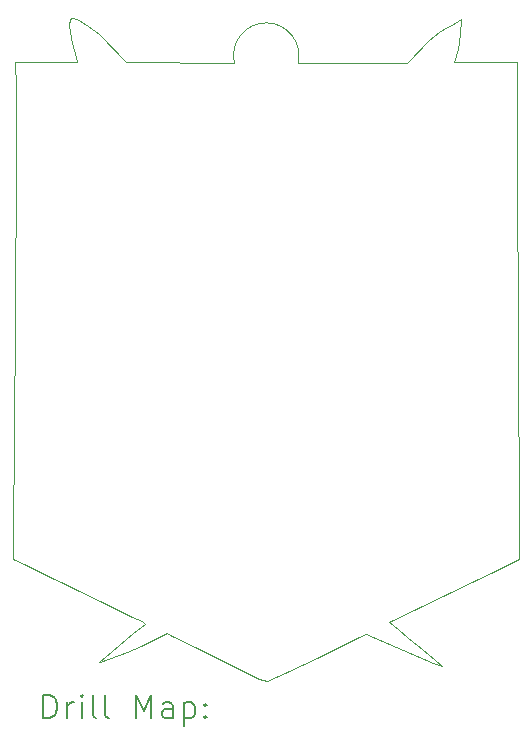
<source format=gbr>
%TF.GenerationSoftware,KiCad,Pcbnew,8.0.5*%
%TF.CreationDate,2025-05-26T16:56:41+05:00*%
%TF.ProjectId,Wings_Of_Freedom,57696e67-735f-44f6-965f-46726565646f,rev?*%
%TF.SameCoordinates,Original*%
%TF.FileFunction,Drillmap*%
%TF.FilePolarity,Positive*%
%FSLAX45Y45*%
G04 Gerber Fmt 4.5, Leading zero omitted, Abs format (unit mm)*
G04 Created by KiCad (PCBNEW 8.0.5) date 2025-05-26 16:56:41*
%MOMM*%
%LPD*%
G01*
G04 APERTURE LIST*
%ADD10C,0.050000*%
%ADD11C,0.200000*%
G04 APERTURE END LIST*
D10*
X21738000Y-5474000D02*
X21762000Y-5458000D01*
X21473000Y-10604000D02*
X21551000Y-10666000D01*
X18154000Y-5944000D02*
X18152000Y-5733000D01*
X22397000Y-6815000D02*
X22403000Y-7847000D01*
X21432000Y-10707000D02*
X21117000Y-10571000D01*
X18539000Y-10135000D02*
X18482000Y-10107000D01*
X22395000Y-5734000D02*
X22397000Y-5734000D01*
X22397000Y-6104000D02*
X22397000Y-6255000D01*
X21314000Y-10472000D02*
X21388000Y-10534000D01*
X21919000Y-5494000D02*
X21898000Y-5623000D01*
X21388000Y-10534000D02*
X21473000Y-10604000D01*
X18141000Y-8685000D02*
X18146000Y-8094000D01*
X19221000Y-10467000D02*
X19141000Y-10428000D01*
X18857000Y-5490000D02*
X19087000Y-5734000D01*
X20280000Y-10972000D02*
X20212000Y-10951000D01*
X21766000Y-10842000D02*
X21691000Y-10815000D01*
X18870000Y-10814000D02*
X18864000Y-10814000D01*
X18633000Y-5360000D02*
X18672000Y-5370000D01*
X22196000Y-10046000D02*
X22048000Y-10116000D01*
X20004998Y-5735928D02*
G75*
G02*
X20544756Y-5737007I270002J60928D01*
G01*
X21926000Y-5366000D02*
X21928000Y-5366000D01*
X18662000Y-5688000D02*
X18627000Y-5568000D01*
X21655000Y-5541000D02*
X21738000Y-5474000D01*
X22403000Y-7847000D02*
X22417000Y-9939000D01*
X18862000Y-10810000D02*
X18970000Y-10715000D01*
X21762000Y-5458000D02*
X21871000Y-5398000D01*
X19087000Y-5734000D02*
X20004998Y-5735928D01*
X21871000Y-5398000D02*
X21926000Y-5366000D01*
X18612000Y-5373000D02*
X18613000Y-5370000D01*
X21551000Y-10666000D02*
X21646000Y-10742000D01*
X20454000Y-10892000D02*
X20280000Y-10972000D01*
X19435000Y-10566000D02*
X19213000Y-10672000D01*
X21708000Y-10793000D02*
X21766000Y-10842000D01*
X18672000Y-5733000D02*
X18677000Y-5733000D01*
X19809000Y-10754000D02*
X19686000Y-10692000D01*
X18244000Y-9991000D02*
X18131000Y-9942000D01*
X21468000Y-5739000D02*
X21655000Y-5541000D01*
X20544996Y-5737062D02*
X20599995Y-5737177D01*
X18612000Y-5478000D02*
X18602000Y-5408000D01*
X22397000Y-5734000D02*
X22397000Y-5919000D01*
X18672000Y-5370000D02*
X18768000Y-5424000D01*
X20791000Y-10731000D02*
X20719000Y-10765000D01*
X18154000Y-6356000D02*
X18154000Y-5944000D01*
X18970000Y-10715000D02*
X19151000Y-10568000D01*
X19247000Y-10486000D02*
X19221000Y-10467000D01*
X22048000Y-10116000D02*
X21314000Y-10472000D01*
X18864000Y-10814000D02*
X18862000Y-10810000D01*
X21117000Y-10571000D02*
X21059000Y-10599000D01*
X21059000Y-10599000D02*
X20791000Y-10731000D01*
X19151000Y-10568000D02*
X19247000Y-10486000D01*
X19096000Y-10722000D02*
X18870000Y-10814000D01*
X21646000Y-10742000D02*
X21708000Y-10793000D01*
X18482000Y-10107000D02*
X18244000Y-9991000D01*
X19156000Y-10698000D02*
X19096000Y-10722000D01*
X18613000Y-5370000D02*
X18633000Y-5360000D01*
X18146000Y-8094000D02*
X18154000Y-6356000D01*
X21928000Y-5366000D02*
X21919000Y-5494000D01*
X18659000Y-10193000D02*
X18539000Y-10135000D01*
X19213000Y-10672000D02*
X19156000Y-10698000D01*
X19003000Y-10360000D02*
X18885000Y-10304000D01*
X18627000Y-5568000D02*
X18612000Y-5478000D01*
X21898000Y-5623000D02*
X21864000Y-5733000D01*
X18677000Y-5733000D02*
X18662000Y-5688000D01*
X20719000Y-10765000D02*
X20454000Y-10892000D01*
X20599995Y-5737177D02*
X21468000Y-5739000D01*
X18152000Y-5733000D02*
X18672000Y-5733000D01*
X18768000Y-5424000D02*
X18857000Y-5490000D01*
X22417000Y-9939000D02*
X22196000Y-10046000D01*
X19686000Y-10692000D02*
X19459000Y-10580000D01*
X20212000Y-10951000D02*
X19809000Y-10754000D01*
X18131000Y-9942000D02*
X18141000Y-8685000D01*
X21691000Y-10815000D02*
X21432000Y-10707000D01*
X22397000Y-6255000D02*
X22397000Y-6815000D01*
X19459000Y-10580000D02*
X19435000Y-10566000D01*
X18885000Y-10304000D02*
X18659000Y-10193000D01*
X19141000Y-10428000D02*
X19003000Y-10360000D01*
X22397000Y-5919000D02*
X22397000Y-6104000D01*
X21909000Y-5733000D02*
X22395000Y-5734000D01*
X21864000Y-5733000D02*
X21909000Y-5733000D01*
X18602000Y-5408000D02*
X18612000Y-5373000D01*
D11*
X18389277Y-11285984D02*
X18389277Y-11085984D01*
X18389277Y-11085984D02*
X18436896Y-11085984D01*
X18436896Y-11085984D02*
X18465467Y-11095508D01*
X18465467Y-11095508D02*
X18484515Y-11114555D01*
X18484515Y-11114555D02*
X18494039Y-11133603D01*
X18494039Y-11133603D02*
X18503563Y-11171698D01*
X18503563Y-11171698D02*
X18503563Y-11200269D01*
X18503563Y-11200269D02*
X18494039Y-11238365D01*
X18494039Y-11238365D02*
X18484515Y-11257412D01*
X18484515Y-11257412D02*
X18465467Y-11276460D01*
X18465467Y-11276460D02*
X18436896Y-11285984D01*
X18436896Y-11285984D02*
X18389277Y-11285984D01*
X18589277Y-11285984D02*
X18589277Y-11152650D01*
X18589277Y-11190746D02*
X18598801Y-11171698D01*
X18598801Y-11171698D02*
X18608324Y-11162174D01*
X18608324Y-11162174D02*
X18627372Y-11152650D01*
X18627372Y-11152650D02*
X18646420Y-11152650D01*
X18713086Y-11285984D02*
X18713086Y-11152650D01*
X18713086Y-11085984D02*
X18703563Y-11095508D01*
X18703563Y-11095508D02*
X18713086Y-11105031D01*
X18713086Y-11105031D02*
X18722610Y-11095508D01*
X18722610Y-11095508D02*
X18713086Y-11085984D01*
X18713086Y-11085984D02*
X18713086Y-11105031D01*
X18836896Y-11285984D02*
X18817848Y-11276460D01*
X18817848Y-11276460D02*
X18808324Y-11257412D01*
X18808324Y-11257412D02*
X18808324Y-11085984D01*
X18941658Y-11285984D02*
X18922610Y-11276460D01*
X18922610Y-11276460D02*
X18913086Y-11257412D01*
X18913086Y-11257412D02*
X18913086Y-11085984D01*
X19170229Y-11285984D02*
X19170229Y-11085984D01*
X19170229Y-11085984D02*
X19236896Y-11228841D01*
X19236896Y-11228841D02*
X19303563Y-11085984D01*
X19303563Y-11085984D02*
X19303563Y-11285984D01*
X19484515Y-11285984D02*
X19484515Y-11181222D01*
X19484515Y-11181222D02*
X19474991Y-11162174D01*
X19474991Y-11162174D02*
X19455944Y-11152650D01*
X19455944Y-11152650D02*
X19417848Y-11152650D01*
X19417848Y-11152650D02*
X19398801Y-11162174D01*
X19484515Y-11276460D02*
X19465467Y-11285984D01*
X19465467Y-11285984D02*
X19417848Y-11285984D01*
X19417848Y-11285984D02*
X19398801Y-11276460D01*
X19398801Y-11276460D02*
X19389277Y-11257412D01*
X19389277Y-11257412D02*
X19389277Y-11238365D01*
X19389277Y-11238365D02*
X19398801Y-11219317D01*
X19398801Y-11219317D02*
X19417848Y-11209793D01*
X19417848Y-11209793D02*
X19465467Y-11209793D01*
X19465467Y-11209793D02*
X19484515Y-11200269D01*
X19579753Y-11152650D02*
X19579753Y-11352650D01*
X19579753Y-11162174D02*
X19598801Y-11152650D01*
X19598801Y-11152650D02*
X19636896Y-11152650D01*
X19636896Y-11152650D02*
X19655944Y-11162174D01*
X19655944Y-11162174D02*
X19665467Y-11171698D01*
X19665467Y-11171698D02*
X19674991Y-11190746D01*
X19674991Y-11190746D02*
X19674991Y-11247888D01*
X19674991Y-11247888D02*
X19665467Y-11266936D01*
X19665467Y-11266936D02*
X19655944Y-11276460D01*
X19655944Y-11276460D02*
X19636896Y-11285984D01*
X19636896Y-11285984D02*
X19598801Y-11285984D01*
X19598801Y-11285984D02*
X19579753Y-11276460D01*
X19760705Y-11266936D02*
X19770229Y-11276460D01*
X19770229Y-11276460D02*
X19760705Y-11285984D01*
X19760705Y-11285984D02*
X19751182Y-11276460D01*
X19751182Y-11276460D02*
X19760705Y-11266936D01*
X19760705Y-11266936D02*
X19760705Y-11285984D01*
X19760705Y-11162174D02*
X19770229Y-11171698D01*
X19770229Y-11171698D02*
X19760705Y-11181222D01*
X19760705Y-11181222D02*
X19751182Y-11171698D01*
X19751182Y-11171698D02*
X19760705Y-11162174D01*
X19760705Y-11162174D02*
X19760705Y-11181222D01*
M02*

</source>
